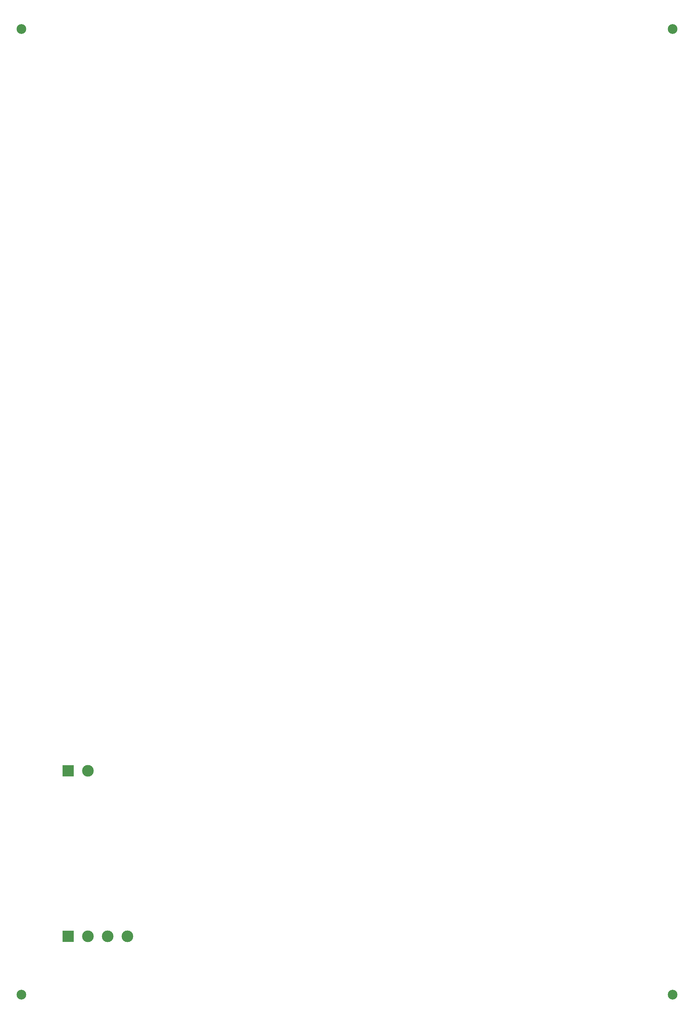
<source format=gbs>
G04 #@! TF.GenerationSoftware,KiCad,Pcbnew,7.0.9*
G04 #@! TF.CreationDate,2024-12-30T15:01:03+01:00*
G04 #@! TF.ProjectId,lightning-map,6c696768-746e-4696-9e67-2d6d61702e6b,rev?*
G04 #@! TF.SameCoordinates,Original*
G04 #@! TF.FileFunction,Soldermask,Bot*
G04 #@! TF.FilePolarity,Negative*
%FSLAX46Y46*%
G04 Gerber Fmt 4.6, Leading zero omitted, Abs format (unit mm)*
G04 Created by KiCad (PCBNEW 7.0.9) date 2024-12-30 15:01:03*
%MOMM*%
%LPD*%
G01*
G04 APERTURE LIST*
%ADD10C,2.500000*%
%ADD11R,3.000000X3.000000*%
%ADD12C,3.000000*%
G04 APERTURE END LIST*
D10*
X213000000Y-335000000D03*
X380500000Y-335000000D03*
X380500000Y-87000000D03*
X213000000Y-87000000D03*
D11*
X225000000Y-277500000D03*
D12*
X230080000Y-277500000D03*
X240240000Y-320000000D03*
X235160000Y-320000000D03*
X230080000Y-320000000D03*
D11*
X225000000Y-320000000D03*
M02*

</source>
